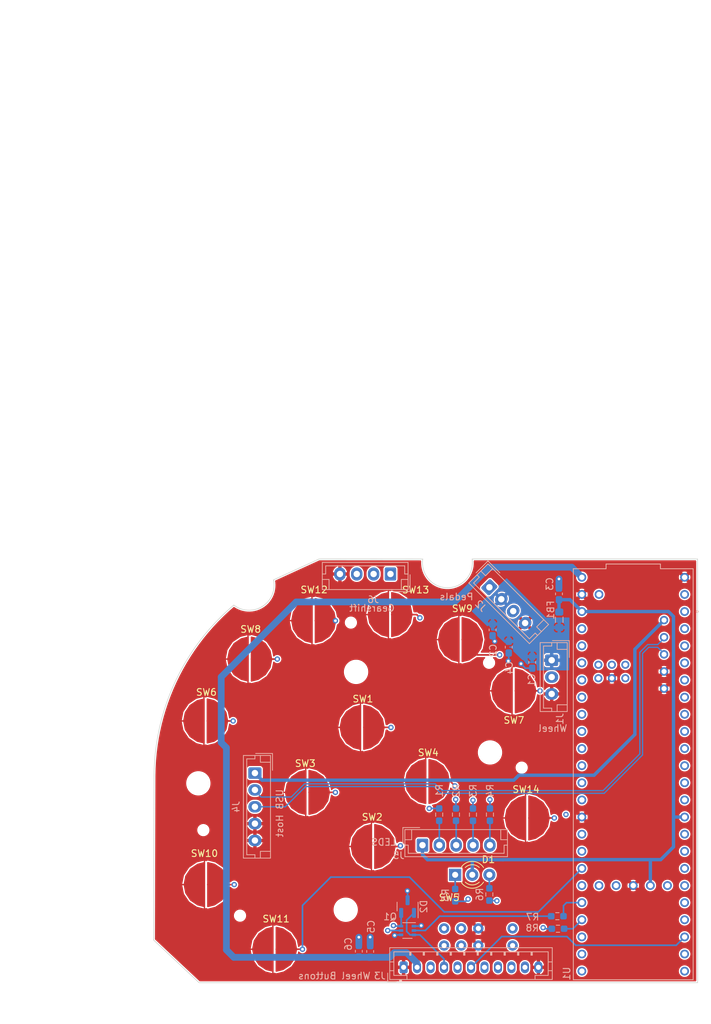
<source format=kicad_pcb>
(kicad_pcb (version 20211014) (generator pcbnew)
  (title_block (title "Flashfire ForceWheel WH2304-VW Replacerement PCB") (date "2021-12-30") (rev "0A") (company "Shawn D'Alimonte") (comment 1 "Based on reverse engineering") (comment 2 "Use at own risk"))
  (layers (0 "F.Cu" signal) (1 "In1.Cu" signal) (2 "In2.Cu" signal) (31 "B.Cu" signal) (34 "B.Paste" user) (35 "F.Paste" user) (36 "B.SilkS" user "B.Silkscreen") (37 "F.SilkS" user "F.Silkscreen") (38 "B.Mask" user) (39 "F.Mask" user) (44 "Edge.Cuts" user))
  (net 0 "")
  (net 1 "+3.3VA")
  (net 2 "GND")
  (net 3 "/WHEEL")
  (net 4 "/BRAKE")
  (net 5 "/ACCEL")
  (net 6 "+3V3")
  (net 7 "+5V")
  (net 8 "/VIB_2_T")
  (net 9 "/VIB_1_T")
  (net 10 "/PAD_R")
  (net 11 "/PAD_L")
  (net 12 "/BTN_3")
  (net 13 "/BTN_1")
  (net 14 "/BTN_2")
  (net 15 "/BTN_4")
  (net 16 "/VUSB")
  (net 17 "/USB_DN")
  (net 18 "/USB_DP")
  (net 19 "Net-(J5-Pad2)")
  (net 20 "Net-(J5-Pad3)")
  (net 21 "Net-(J5-Pad4)")
  (net 22 "Net-(J5-Pad5)")
  (net 23 "/GEAR_DOWN")
  (net 24 "/GEAR_UP")
  (net 25 "/GEAR_REV")
  (net 26 "/LED4")
  (net 27 "/LED3")
  (net 28 "/LED2")
  (net 29 "/LED1")
  (net 30 "Net-(D1-Pad1)")
  (net 31 "/LEDR")
  (net 32 "Net-(D1-Pad3)")
  (net 33 "/LEDG")
  (net 34 "/SENSE_LOW")
  (net 35 "Net-(R8-Pad2)")
  (net 36 "/DP_UP")
  (net 37 "Net-(R7-Pad2)")
  (net 45 "/VIB_1")
  (net 46 "/VIB_2")
  (net 47 "/DP_DOWN")
  (net 48 "/DP_LEFT")
  (net 49 "/DP_RIGHT")
  (net 50 "/SENSE_MED")
  (net 51 "/SENSE_HIGH")
  (net 52 "/BTN_5")
  (net 53 "/BTN_6")
  (net 54 "/BTN_7")
  (net 55 "/BTN_8")
  (net 56 "/BTN_9")
  (net 57 "/BTN_10")
  (net 58 "/BTN_11")
  (net 59 "/BTN_12")
  (net 60 "/BTN_MODE")
  (footprint "TeensyWheel:Hole_1.4mm" (layer "F.Cu") (at 69.46 107.81)
    (fp_text reference "REF**" hide)
    (fp_text value "Hole_1.4mm")
  )
  (footprint "TeensyWheel:Hole_1.4mm" (layer "F.Cu") (at 47.57 138.59)
    (fp_text reference "REF**" hide)
    (fp_text value "Hole_1.4mm")
  )
  (footprint "TeensyWheel:Sw_PAD_6.5mm" (layer "F.Cu") (at 63.94 107.52)
    (fp_text reference "SW12")
    (fp_text value "PAD")
  )
  (footprint "TeensyWheel:Sw_PAD_6.5mm" (layer "F.Cu") (at 63.01 132.99)
    (fp_text reference "SW3")
    (fp_text value "PAD")
  )
  (footprint "TeensyWheel:Sw_PAD_6.5mm" (layer "F.Cu") (at 47.91 122.4)
    (fp_text reference "SW6")
    (fp_text value "PAD")
  )
  (footprint "TeensyWheel:Sw_PAD_6.5mm" (layer "F.Cu") (at 72.76 141.02)
    (fp_text reference "SW2")
    (fp_text value "PAD")
  )
  (footprint "MountingHole:MountingHole_3.2mm_M3" (layer "F.Cu") (at 68.69 150.4)
    (fp_text reference "REF**" hide)
    (fp_text value "MountingHole_3.2mm_M3")
  )
  (footprint "TeensyWheel:Sw_PAD_6.5mm" (layer "F.Cu") (at 80.81 131.38)
    (fp_text reference "SW4")
    (fp_text value "PAD")
  )
  (footprint "TeensyWheel:Sw_PAD_6.5mm" (layer "F.Cu") (at 58.14 156.26)
    (fp_text reference "SW11")
    (fp_text value "PAD")
  )
  (footprint "MountingHole:MountingHole_3.2mm_M3" (layer "F.Cu") (at 46.83 131.65)
    (fp_text reference "REF**" hide)
    (fp_text value "MountingHole_3.2mm_M3")
  )
  (footprint "TeensyWheel:Sw_PAD_6.5mm" (layer "F.Cu") (at 47.98 146.67)
    (fp_text reference "SW10")
    (fp_text value "PAD")
  )
  (footprint "TeensyWheel:Sw_PAD_6.5mm" (layer "F.Cu") (at 85.73 110.33)
    (fp_text reference "SW9")
    (fp_text value "PAD")
  )
  (footprint "TeensyWheel:Sw_PAD_6.5mm" (layer "F.Cu") (at 54.45 113.22)
    (fp_text reference "SW8")
    (fp_text value "PAD")
  )
  (footprint "MountingHole:MountingHole_3.2mm_M3" (layer "F.Cu") (at 70.23 115.12)
    (fp_text reference "REF**" hide)
    (fp_text value "MountingHole_3.2mm_M3")
  )
  (footprint "LED_THT:LED_D3.0mm-3" (layer "F.Cu") (at 84.93 145.22)
    (fp_text reference "D1")
    (fp_text value "LED_Dual_KAK")
  )
  (footprint "TeensyWheel:Hole_1.4mm" (layer "F.Cu") (at 89.96 113.77)
    (fp_text reference "REF**" hide)
    (fp_text value "Hole_1.4mm")
  )
  (footprint "TeensyWheel:Sw_PAD_6.5mm" (layer "F.Cu") (at 93.62 117.93)
    (fp_text reference "SW7")
    (fp_text value "PAD")
  )
  (footprint "TeensyWheel:Hole_1.4mm" (layer "F.Cu") (at 94.8 129.32)
    (fp_text reference "REF**" hide)
    (fp_text value "Hole_1.4mm")
  )
  (footprint "TeensyWheel:Sw_PAD_6.5mm" (layer "F.Cu") (at 71.13 123.35)
    (fp_text reference "SW1")
    (fp_text value "PAD")
  )
  (footprint "MountingHole:MountingHole_3.2mm_M3" (layer "F.Cu") (at 90.1 127.07)
    (fp_text reference "REF**" hide)
    (fp_text value "MountingHole_3.2mm_M3")
  )
  (footprint "TeensyWheel:Hole_1.4mm" (layer "F.Cu") (at 53.01 151.28)
    (fp_text reference "REF**" hide)
    (fp_text value "Hole_1.4mm")
  )
  (footprint "TeensyWheel:Sw_PAD_6.5mm" (layer "F.Cu") (at 95.62 136.79)
    (fp_text reference "SW14")
    (fp_text value "PAD")
  )
  (footprint "TeensyWheel:Sense_Sw" (layer "F.Cu") (at 83.29 155.71)
    (fp_text reference "SW5")
    (fp_text value "SW_DP3T")
  )
  (footprint "TeensyWheel:Sw_PAD_6.5mm" (layer "F.Cu") (at 75.27 106.62)
    (fp_text reference "SW13")
    (fp_text value "PAD")
  )
  (footprint "Capacitor_SMD:C_0603_1608Metric_Pad1.08x0.95mm_HandSolder" (layer "B.Cu") (at 96.36 113.71 -90)
    (fp_text reference "C1")
    (fp_text value "100n")
  )
  (footprint "Package_TO_SOT_SMD:SOT-363_SC-70-6" (layer "B.Cu") (at 77.85 153.48 180)
    (fp_text reference "Q1")
    (fp_text value "FFB2222A")
  )
  (footprint "Capacitor_SMD:C_0603_1608Metric_Pad1.08x0.95mm_HandSolder" (layer "B.Cu") (at 70.64 156.5575 90)
    (fp_text reference "C6")
    (fp_text value "100n")
  )
  (footprint "Connector_JST:JST_EH_B5B-EH-A_1x05_P2.50mm_Vertical" (layer "B.Cu") (at 80.08 140.82)
    (fp_text reference "J5")
    (fp_text value "Conn_01x05_Male")
  )
  (footprint "Resistor_SMD:R_0603_1608Metric_Pad0.98x0.95mm_HandSolder" (layer "B.Cu") (at 82.56 136.29 -90)
    (fp_text reference "R1")
    (fp_text value "1k")
  )
  (footprint "Resistor_SMD:R_0603_1608Metric_Pad0.98x0.95mm_HandSolder" (layer "B.Cu") (at 84.93 148.24 -90)
    (fp_text reference "R5")
    (fp_text value "1k")
  )
  (footprint "Capacitor_SMD:C_0603_1608Metric_Pad1.08x0.95mm_HandSolder" (layer "B.Cu") (at 72.32 156.5875 90)
    (fp_text reference "C5")
    (fp_text value "10u")
  )
  (footprint "Package_TO_SOT_SMD:SOT-23" (layer "B.Cu") (at 77.87 149.93 90)
    (fp_text reference "D2")
    (fp_text value "BAT54A")
  )
  (footprint "Resistor_SMD:R_0603_1608Metric_Pad0.98x0.95mm_HandSolder" (layer "B.Cu") (at 90.09 136.29 -90)
    (fp_text reference "R4")
    (fp_text value "1k")
  )
  (footprint "Capacitor_SMD:C_0603_1608Metric_Pad1.08x0.95mm_HandSolder" (layer "B.Cu") (at 92.88 111.45 -90)
    (fp_text reference "C4")
    (fp_text value "10u")
  )
  (footprint "Connector_JST:JST_EH_B4B-EH-A_1x04_P2.50mm_Vertical" (layer "B.Cu") (at 90.006218 102.570482 -45)
    (fp_text reference "J2")
    (fp_text value "Conn_01x04_Male")
  )
  (footprint "Resistor_SMD:R_0603_1608Metric_Pad0.98x0.95mm_HandSolder" (layer "B.Cu") (at 100.09 151.36 180)
    (fp_text reference "R7")
    (fp_text value "330")
  )
  (footprint "Capacitor_SMD:C_0603_1608Metric_Pad1.08x0.95mm_HandSolder" (layer "B.Cu") (at 100.33 103.55 90)
    (fp_text reference "C3")
    (fp_text value "10u")
  )
  (footprint "Connector_JST:JST_PH_B11B-PH-K_1x11_P2.00mm_Vertical" (layer "B.Cu") (at 77.28 158.94)
    (fp_text reference "J3")
    (fp_text value "Conn_01x11_Male")
  )
  (footprint "Connector_JST:JST_EH_B4B-EH-A_1x04_P2.50mm_Vertical" (layer "B.Cu") (at 75.33 100.6 180)
    (fp_text reference "J6")
    (fp_text value "Conn_01x04_Male")
  )
  (footprint "MODL_DEV-16771:MODULE_DEV-16771" (layer "B.Cu") (at 111.35 130.3 -90)
    (fp_text reference "U1")
    (fp_text value "DEV-16771")
  )
  (footprint "Resistor_SMD:R_0603_1608Metric_Pad0.98x0.95mm_HandSolder" (layer "B.Cu") (at 100.18 153.22 180)
    (fp_text reference "R8")
    (fp_text value "330")
  )
  (footprint "Resistor_SMD:R_0603_1608Metric_Pad0.98x0.95mm_HandSolder" (layer "B.Cu") (at 85.05 136.29 -90)
    (fp_text reference "R2")
    (fp_text value "1k")
  )
  (footprint "Connector_JST:JST_EH_B3B-EH-A_1x03_P2.50mm_Vertical" (layer "B.Cu") (at 99.25 113.39 -90)
    (fp_text reference "J1")
    (fp_text value "Conn_01x03_Male")
  )
  (footprint "Inductor_SMD:L_0805_2012Metric_Pad1.05x1.20mm_HandSolder" (layer "B.Cu") (at 100.37 107.39 -90)
    (fp_text reference "FB1")
    (fp_text value "FerriteBead")
  )
  (footprint "Connector_JST:JST_EH_B5B-EH-A_1x05_P2.50mm_Vertical" (layer "B.Cu") (at 55.22 130.13 -90)
    (fp_text reference "J4")
    (fp_text value "Conn_01x05_Male")
  )
  (footprint "Capacitor_SMD:C_0603_1608Metric_Pad1.08x0.95mm_HandSolder" (layer "B.Cu") (at 90.48 108.89 -90)
    (fp_text reference "C2")
    (fp_text value "100n")
  )
  (footprint "Resistor_SMD:R_0603_1608Metric_Pad0.98x0.95mm_HandSolder" (layer "B.Cu") (at 90 148.13 -90)
    (fp_text reference "R6")
    (fp_text value "1k")
  )
  (footprint "Resistor_SMD:R_0603_1608Metric_Pad0.98x0.95mm_HandSolder" (layer "B.Cu") (at 87.57 136.2975 -90)
    (fp_text reference "R3")
    (fp_text value "1k")
  )
  (gr_line (start 64.75 98.37) (end 57.98 101.47) (layer "Edge.Cuts") (width 0.1))
  (gr_line (start 40.19 154.89) (end 46.94 161.22) (layer "Edge.Cuts") (width 0.1))
  (gr_arc (start 57.98 101.47) (mid 56.343969 105.401452) (end 52.09 105.21) (layer "Edge.Cuts") (width 0.1))
  (gr_line (start 87.45 98.37) (end 120.89 98.37) (layer "Edge.Cuts") (width 0.1))
  (gr_line (start 80.12 98.38) (end 64.75 98.37) (layer "Edge.Cuts") (width 0.1))
  (gr_line (start 46.94 161.22) (end 120.9 161.22) (layer "Edge.Cuts") (width 0.1))
  (gr_line (start 40.26 130.53006) (end 40.19 154.89) (layer "Edge.Cuts") (width 0.1))
  (gr_arc (start 87.45 98.37) (mid 83.790819 102.64025) (end 80.119999 98.38) (layer "Edge.Cuts") (width 0.1))
  (gr_arc (start 40.26 130.53006) (mid 43.402951 116.574878) (end 52.09 105.210001) (layer "Edge.Cuts") (width 0.1))
  (gr_line (start 120.9 161.22) (end 120.89 98.37) (layer "Edge.Cuts") (width 0.1))
  (gr_text "Gearshift\n" (at 72.59 105.66) (layer "B.SilkS") (effects (font (size 1 1)) (justify mirror)))
  (gr_text "USB Host" (at 58.9 136.08 90) (layer "B.SilkS") (effects (font (size 1 1)) (justify mirror)))
  (gr_text "Pedals" (at 85.12 103.98) (layer "B.SilkS") (effects (font (size 1 1)) (justify mirror)))
  (gr_text "LEDS" (at 74.32 140.38) (layer "B.SilkS") (effects (font (size 1 1)) (justify mirror)))
  (gr_text "Wheel\n" (at 99.4 123.5) (layer "B.SilkS") (effects (font (size 1 1)) (justify mirror)))
  (gr_text "Wheel Buttons" (at 67 160.21) (layer "B.SilkS") (effects (font (size 1 1)) (justify mirror)))
  (via (at 100.33 101.33) (size 0.8) (drill 0.4) (layers "F.Cu" "B.Cu") (net 2))
  (via (at 90.791687 110.586193) (size 0.8) (drill 0.4) (layers "F.Cu" "B.Cu") (net 2))
  (via (at 70.64 154.4775) (size 0.8) (drill 0.4) (layers "F.Cu" "B.Cu") (net 2))
  (via (at 94.7 113.91) (size 0.8) (drill 0.4) (layers "F.Cu" "B.Cu") (net 2))
  (via (at 75.943679 154.208014) (size 0.8) (drill 0.4) (layers "F.Cu" "B.Cu") (net 2))
  (via (at 92.817252 113.504754) (size 0.8) (drill 0.4) (layers "F.Cu" "B.Cu") (net 2))
  (via (at 77.85 147.6) (size 0.8) (drill 0.4) (layers "F.Cu" "B.Cu") (net 2))
  (via (at 79.894976 152.7555) (size 0.8) (drill 0.4) (layers "F.Cu" "B.Cu") (net 2))
  (via (at 72.32 154.4575) (size 0.8) (drill 0.4) (layers "F.Cu" "B.Cu") (net 2))
  (segment (start 95.3625 114.5725) (end 94.7 113.91) (width 0.25) (layer "B.Cu") (net 2))
  (segment (start 90.48 109.7525) (end 90.48 110.274506) (width 0.25) (layer "B.Cu") (net 2))
  (segment (start 77.87 148.9925) (end 77.87 147.62) (width 0.25) (layer "B.Cu") (net 2))
  (segment (start 78.8 152.83) (end 79.820476 152.83) (width 0.25) (layer "B.Cu") (net 2))
  (segment (start 72.32 155.725) (end 72.32 154.4575) (width 1) (layer "B.Cu") (net 2))
  (segment (start 92.88 112.3125) (end 92.88 113.442006) (width 0.25) (layer "B.Cu") (net 2))
  (segment (start 90.48 110.274506) (end 90.791687 110.586193) (width 0.25) (layer "B.Cu") (net 2))
  (segment (start 76.9 154.13) (end 76.021693 154.13) (width 0.25) (layer "B.Cu") (net 2))
  (segment (start 96.36 114.5725) (end 95.3625 114.5725) (width 0.25) (layer "B.Cu") (net 2))
  (segment (start 79.820476 152.83) (end 79.894976 152.7555) (width 0.25) (layer "B.Cu") (net 2))
  (segment (start 100.33 102.6875) (end 100.33 101.33) (width 1) (layer "B.Cu") (net 2))
  (segment (start 76.021693 154.13) (end 75.943679 154.208014) (width 0.25) (layer "B.Cu") (net 2))
  (segment (start 77.87 147.62) (end 77.85 147.6) (width 0.25) (layer "B.Cu") (net 2))
  (segment (start 70.64 155.695) (end 70.64 154.4775) (width 1) (layer "B.Cu") (net 2))
  (segment (start 92.88 113.442006) (end 92.817252 113.504754) (width 0.25) (layer "B.Cu") (net 2))
  (segment (start 116.58 106.17) (end 103.73 106.17) (width 0.5) (layer "B.Cu") (net 6))
  (segment (start 92.04 142.98) (end 92.05 142.97) (width 0.5) (layer "B.Cu") (net 6))
  (segment (start 87.47 145.22) (end 87.47 143) (width 0.5) (layer "B.Cu") (net 6))
  (segment (start 101.9725 104.4125) (end 103.73 106.17) (width 0.5) (layer "B.Cu") (net 6))
  (segment (start 100.33 104.4125) (end 100.33 106.2) (width 0.5) (layer "B.Cu") (net 6))
  (segment (start 92.05 142.97) (end 115.43 142.97) (width 0.5) (layer "B.Cu") (net 6))
  (segment (start 100.33 104.4125) (end 101.9725 104.4125) (width 0.5) (layer "B.Cu") (net 6))
  (segment (start 117.32 106.91) (end 116.58 106.17) (width 0.5) (layer "B.Cu") (net 6))
  (segment (start 87.49 142.98) (end 92.04 142.98) (width 0.5) (layer "B.Cu") (net 6))
  (segment (start 117.32 141.08) (end 115.43 142.97) (width 0.5) (layer "B.Cu") (net 6))
  (segment (start 80.08 140.82) (end 80.08 142.24) (width 0.5) (layer "B.Cu") (net 6))
  (segment (start 80.08 142.24) (end 80.82 142.98) (width 0.5) (layer "B.Cu") (net 6))
  (segment (start 113.89 142.97) (end 113.89 146.81) (width 0.5) (layer "B.Cu") (net 6))
  (segment (start 87.47 143) (end 87.49 142.98) (width 0.5) (layer "B.Cu") (net 6))
  (segment (start 117.32 136.65) (end 117.32 141.08) (width 0.5) (layer "B.Cu") (net 6))
  (segment (start 100.33 106.2) (end 100.37 106.24) (width 0.5) (layer "B.Cu") (net 6))
  (segment (start 80.82 142.98) (end 87.49 142.98) (width 0.5) (layer "B.Cu") (net 6))
  (segment (start 118.97 136.65) (end 117.32 136.65) (width 0.5) (layer "B.Cu") (net 6))
  (segment (start 117.32 136.65) (end 117.32 106.91) (width 0.5) (layer "B.Cu") (net 6))
  (segment (start 103.73 101.09) (end 102.23 99.59) (width 1) (layer "B.Cu") (net 7))
  (segment (start 50.22 115.87) (end 50.22 125.6) (width 1) (layer "B.Cu") (net 7))
  (segment (start 84.835 104.745) (end 61.345 104.745) (width 1) (layer "B.Cu") (net 7))
  (segment (start 75.2 157.46) (end 75.9 156.76) (width 1) (layer "B.Cu") (net 7))
  (segment (start 50.22 125.6) (end 50.99 126.37) (width 1) (layer "B.Cu") (net 7))
  (segment (start 61.345 104.745) (end 50.22 115.87) (width 1) (layer "B.Cu") (net 7))
  (segment (start 77.72 156.76) (end 79.28 158.32) (width 1) (layer "B.Cu") (net 7))
  (segment (start 89.99 99.59) (end 84.835 104.745) (width 1) (layer "B.Cu") (net 7))
  (segment (start 52.09 157.46) (end 75.2 157.46) (width 1) (layer "B.Cu") (net 7))
  (segment (start 79.28 158.32) (end 79.28 158.94) (width 1) (layer "B.Cu") (net 7))
  (segment (start 102.23 99.59) (end 89.99 99.59) (width 1) (layer "B.Cu") (net 7))
  (segment (start 50.99 156.36) (end 52.09 157.46) (width 1) (layer "B.Cu") (net 7))
  (segment (start 50.99 126.37) (end 50.99 156.36) (width 1) (layer "B.Cu") (net 7))
  (segment (start 75.9 156.76) (end 77.72 156.76) (width 1) (layer "B.Cu") (net 7))
  (segment (start 78.82 150.8675) (end 77.74 151.9475) (width 0.25) (layer "B.Cu") (net 8))
  (segment (start 77.74 153.62) (end 78.25 154.13) (width 0.25) (layer "B.Cu") (net 8))
  (segment (start 79.7 154.13) (end 83.28 157.71) (width 0.25) (layer "B.Cu") (net 8))
  (segment (start 83.28 157.71) (end 83.28 158.94) (width 0.25) (layer "B.Cu") (net 8))
  (segment (start 78.25 154.13) (end 78.8 154.13) (width 0.25) (layer "B.Cu") (net 8))
  (segment (start 78.8 154.13) (end 79.7 154.13) (width 0.25) (layer "B.Cu") (net 8))
  (segment (start 77.74 151.9475) (end 77.74 153.62) (width 0.25) (layer "B.Cu") (net 8))
  (via (at 75.768464 152.7555) (size 0.8) (drill 0.4) (layers "F.Cu" "B.Cu") (net 9))
  (segment (start 75.768464 152.808464) (end 75.768464 152.7555) (width 0.25) (layer "B.Cu") (net 9))
  (segment (start 76.92 150.8675) (end 76.92 152.81) (width 0.25) (layer "B.Cu") (net 9))
  (segment (start 75.78 152.82) (end 75.768464 152.808464) (width 0.25) (layer "B.Cu") (net 9))
  (segment (start 75.842964 152.83) (end 75.768464 152.7555) (width 0.25) (layer "B.Cu") (net 9))
  (segment (start 76.9 152.83) (end 75.842964 152.83) (width 0.25) (layer "B.Cu") (net 9))
  (segment (start 117.73 155.67) (end 118.97 154.43) (width 0.25) (layer "B.Cu") (net 11))
  (segment (start 101.52 154.38) (end 102.81 155.67) (width 0.25) (layer "B.Cu") (net 11))
  (segment (start 91.84 154.38) (end 101.52 154.38) (width 0.25) (layer "B.Cu") (net 11))
  (segment (start 87.28 158.94) (end 91.84 154.38) (width 0.25) (layer "B.Cu") (net 11))
  (segment (start 102.81 155.67) (end 117.73 155.67) (width 0.25) (layer "B.Cu") (net 11))
  (segment (start 93.64 131.18) (end 94.37 130.45) (width 0.5) (layer "B.Cu") (net 16))
  (segment (start 111.59 111.77) (end 115.92 107.44) (width 0.5) (layer "B.Cu") (net 16))
  (segment (start 94.37 130.45) (end 105.54 130.45) (width 0.5) (layer "B.Cu") (net 16))
  (segment (start 105.54 130.45) (end 111.59 124.4) (width 0.5) (layer "B.Cu") (net 16))
  (segment (start 111.59 124.4) (end 111.59 111.77) (width 0.5) (layer "B.Cu") (net 16))
  (segment (start 56.27 131.18) (end 93.64 131.18) (width 0.5) (layer "B.Cu") (net 16))
  (segment (start 55.54 130.45) (end 56.27 131.18) (width 0.5) (layer "B.Cu") (net 16))
  (segment (start 106.877156 132.73) (end 112.33 127.277156) (width 0.2) (layer "B.Cu") (net 17))
  (segment (start 82.982844 132.73) (end 106.877156 132.73) (width 0.2) (layer "B.Cu") (net 17))
  (segment (start 56.145 133.68) (end 60.617156 133.68) (width 0.2) (layer "B.Cu") (net 17))
  (segment (start 114.98 111.07) (end 115.92 110.13) (width 0.2) (layer "B.Cu") (net 17))
  (segment (start 55.22 132.63) (end 55.22 132.755) (width 0.2) (layer "B.Cu") (net 17))
  (segment (start 112.33 127.277156) (end 112.33 112.217156) (width 0.2) (layer "B.Cu") (net 17))
  (segment (start 60.617156 133.68) (end 62.567645 131.729511) (width 0.2) (layer "B.Cu") (net 17))
  (segment (start 81.982355 131.729511) (end 82.982844 132.73) (width 0.2) (layer "B.Cu") (net 17))
  (segment (start 62.567645 131.729511) (end 81.982355 131.729511) (width 0.2) (layer "B.Cu") (net 17))
  (segment (start 113.477156 111.07) (end 114.98 111.07) (width 0.2) (layer "B.Cu") (net 17))
  (segment (start 112.33 112.217156) (end 113.477156 111.07) (width 0.2) (layer "B.Cu") (net 17))
  (segment (start 55.22 132.755) (end 56.145 133.68) (width 0.2) (layer "B.Cu") (net 17))
  (segment (start 114.98 111.47) (end 115.92 112.41) (width 0.2) (layer "B.Cu") (net 18))
  (segment (start 55.22 135.13) (end 59.732844 135.13) (width 0.2) (layer "B.Cu") (net 18))
  (segment (start 113.642844 111.47) (end 114.98 111.47) (width 0.2) (layer "B.Cu") (net 18))
  (segment (start 112.73 127.442844) (end 112.73 112.382844) (width 0.2) (layer "B.Cu") (net 18))
  (segment (start 107.042844 133.13) (end 112.73 127.442844) (width 0.2) (layer "B.Cu") (net 18))
  (segment (start 112.73 112.382844) (end 113.642844 111.47) (width 0.2) (layer "B.Cu") (net 18))
  (segment (start 62.733822 132.129022) (end 81.816178 132.129022) (width 0.2) (layer "B.Cu") (net 18))
  (segment (start 81.816178 132.129022) (end 82.817156 133.13) (width 0.2) (layer "B.Cu") (net 18))
  (segment (start 59.732844 135.13) (end 62.733822 132.129022) (width 0.2) (layer "B.Cu") (net 18))
  (segment (start 82.817156 133.13) (end 107.042844 133.13) (width 0.2) (layer "B.Cu") (net 18))
  (segment (start 82.58 140.82) (end 82.58 137.2225) (width 0.25) (layer "B.Cu") (net 19))
  (segment (start 85.08 140.82) (end 85.08 137.2325) (width 0.25) (layer "B.Cu") (net 20))
  (segment (start 87.58 140.82) (end 87.58 137.22) (width 0.25) (layer "B.Cu") (net 21))
  (segment (start 90.08 140.82) (end 90.08 137.2125) (width 0.25) (layer "B.Cu") (net 22))
  (via (at 81.0825 135.3775) (size 0.8) (drill 0.4) (layers "F.Cu" "B.Cu") (net 26))
  (via (at 101.37 136.27) (size 0.8) (drill 0.4) (layers "F.Cu" "B.Cu") (net 26))
  (segment (start 82.56 135.3775) (end 81.0825 135.3775) (width 0.25) (layer "B.Cu") (net 26))
  (via (at 85.01 134.04) (size 0.8) (drill 0.4) (layers "F.Cu" "B.Cu") (net 27))
  (segment (start 85.05 135.3775) (end 85.05 134.08) (width 0.25) (layer "B.Cu") (net 27))
  (segment (start 85.05 134.08) (end 85.01 134.04) (width 0.25) (layer "B.Cu") (net 27))
  (via (at 87.57 134.16) (size 0.8) (drill 0.4) (layers "F.Cu" "B.Cu") (net 28))
  (segment (start 87.57 135.385) (end 87.57 134.16) (width 0.25) (layer "B.Cu") (net 28))
  (via (at 90.09 134.07) (size 0.8) (drill 0.4) (layers "F.Cu" "B.Cu") (net 29))
  (segment (start 90.09 135.3775) (end 90.09 134.07) (width 0.25) (layer "B.Cu") (net 29))
  (segment (start 84.93 147.3275) (end 84.93 145.22) (width 0.25) (layer "B.Cu") (net 30))
  (via (at 86.843553 148.818955) (size 0.8) (drill 0.4) (layers "F.Cu" "B.Cu") (net 31))
  (segment (start 84.93 149.1525) (end 86.510008 149.1525) (width 0.25) (layer "B.Cu") (net 31))
  (segment (start 86.510008 149.1525) (end 86.843553 148.818955) (width 0.25) (layer "B.Cu") (net 31))
  (segment (start 90 147.2175) (end 90 145.23) (width 0.25) (layer "B.Cu") (net 32))
  (via (at 91.12 149.08) (size 0.8) (drill 0.4) (layers "F.Cu" "B.Cu") (net 33))
  (segment (start 90 149.0425) (end 90.8525 149.0425) (width 0.25) (layer "B.Cu") (net 33))
  (segment (start 90.8525 149.0425) (end 91.0825 149.0425) (width 0.25) (layer "B.Cu") (net 33))
  (segment (start 91.0825 149.0425) (end 91.12 149.08) (width 0.25) (layer "B.Cu") (net 33))
  (via (at 97.98 153.06) (size 0.8) (drill 0.4) (layers "F.Cu" "B.Cu") (net 35))
  (via (at 74.92 153.48) (size 0.8) (drill 0.4) (layers "F.Cu" "B.Cu") (net 35))
  (segment (start 76.9 153.48) (end 74.92 153.48) (width 0.25) (layer "B.Cu") (net 35))
  (segment (start 98.14 153.22) (end 97.98 153.06) (width 0.25) (layer "B.Cu") (net 35))
  (segment (start 99.2675 153.22) (end 98.14 153.22) (width 0.25) (layer "B.Cu") (net 35))
  (segment (start 75.39 123.35) (end 75.4 123.36) (width 0.25) (layer "F.Cu") (net 36))
  (segment (start 71.38 123.35) (end 75.39 123.35) (width 0.25) (layer "F.Cu") (net 36))
  (via (at 75.4 123.36) (size 0.8) (drill 0.4) (layers "F.Cu" "B.Cu") (net 36))
  (segment (start 80.5 153.48) (end 82.62 151.36) (width 0.25) (layer "B.Cu") (net 37))
  (segment (start 78.8 153.48) (end 80.5 153.48) (width 0.25) (layer "B.Cu") (net 37))
  (segment (start 82.62 151.36) (end 99.1775 151.36) (width 0.25) (layer "B.Cu") (net 37))
  (segment (start 101.0025 151.36) (end 101.0025 149.7975) (width 0.25) (layer "B.Cu") (net 45))
  (segment (start 101.45 149.35) (end 103.73 149.35) (width 0.25) (layer "B.Cu") (net 45))
  (segment (start 101.0025 149.7975) (end 101.45 149.35) (width 0.25) (layer "B.Cu") (net 45))
  (segment (start 101.0925 153.22) (end 102.4 153.22) (width 0.25) (layer "B.Cu") (net 46))
  (segment (start 102.4 153.22) (end 103.73 151.89) (width 0.25) (layer "B.Cu") (net 46))
  (segment (start 76.7 141.02) (end 76.81 140.91) (width 0.25) (layer "F.Cu") (net 47))
  (segment (start 73.01 141.02) (end 76.7 141.02) (width 0.25) (layer "F.Cu") (net 47))
  (via (at 76.81 140.91) (size 0.8) (drill 0.4) (layers "F.Cu" "B.Cu") (net 47))
  (segment (start 63.26 132.99) (end 67.16 132.99) (width 0.25) (layer "F.Cu") (net 48))
  (via (at 67.16 132.99) (size 0.8) (drill 0.4) (layers "F.Cu" "B.Cu") (net 48))
  (segment (start 84.2405 131.38) (end 84.89 132.0295) (width 0.25) (layer "F.Cu") (net 49))
  (segment (start 81.06 131.38) (end 84.2405 131.38) (width 0.25) (layer "F.Cu") (net 49))
  (via (at 84.89 132.0295) (size 0.8) (drill 0.4) (layers "F.Cu" "B.Cu") (net 49))
  (segment (start 48.16 122.4) (end 51.99 122.4) (width 0.25) (layer "F.Cu") (net 52))
  (via (at 51.99 122.4) (size 0.8) (drill 0.4) (layers "F.Cu" "B.Cu") (net 52))
  (segment (start 93.87 117.93) (end 97.52 117.93) (width 0.25) (layer "F.Cu") (net 53))
  (via (at 97.52 117.93) (size 0.8) (drill 0.4) (layers "F.Cu" "B.Cu") (net 53))
  (segment (start 54.7 113.22) (end 58.544489 113.22) (width 0.25) (layer "F.Cu") (net 54))
  (via (at 58.544489 113.22) (size 0.8) (drill 0.4) (layers "F.Cu" "B.Cu") (net 54))
  (segment (start 88.25 112.6) (end 91.53 112.6) (width 0.25) (layer "F.Cu") (net 55))
  (segment (start 85.98 110.33) (end 88.25 112.6) (width 0.25) (layer "F.Cu") (net 55))
  (via (at 91.53 112.6) (size 0.8) (drill 0.4) (layers "F.Cu" "B.Cu") (net 55))
  (segment (start 48.23 146.67) (end 52.15 146.67) (width 0.25) (layer "F.Cu") (net 56))
  (via (at 52.15 146.67) (size 0.8) (drill 0.4) (layers "F.Cu" "B.Cu") (net 56))
  (segment (start 58.39 156.26) (end 62.28 156.26) (width 0.25) (layer "F.Cu") (net 57))
  (via (at 62.28 156.26) (size 0.8) (drill 0.4) (layers "F.Cu" "B.Cu") (net 57))
  (segment (start 78.15 145.56) (end 83.31 150.72) (width 0.25) (layer "B.Cu") (net 57))
  (segment (start 62.28 156.26) (end 62.28 149.76) (width 0.25) (layer "B.Cu") (net 57))
  (segment (start 62.28 149.76) (end 66.48 145.56) (width 0.25) (layer "B.Cu") (net 57))
  (segment (start 97.28 150.72) (end 103.73 144.27) (width 0.25) (layer "B.Cu") (net 57))
  (segment (start 66.48 145.56) (end 78.15 145.56) (width 0.25) (layer "B.Cu") (net 57))
  (segment (start 83.31 150.72) (end 97.28 150.72) (width 0.25) (layer "B.Cu") (net 57))
  (segment (start 64.19 107.52) (end 67.144978 107.52) (width 0.25) (layer "F.Cu") (net 58))
  (via (at 67.160489 107.535511) (size 0.8) (drill 0.4) (layers "F.Cu" "B.Cu") (net 58))
  (segment (start 79.22 106.62) (end 79.7 107.1) (width 0.25) (layer "F.Cu") (net 59))
  (segment (start 75.52 106.62) (end 79.22 106.62) (width 0.25) (layer "F.Cu") (net 59))
  (via (at 79.7 107.1) (size 0.8) (drill 0.4) (layers "F.Cu" "B.Cu") (net 59))
  (segment (start 95.87 136.79) (end 99.64 136.79) (width 0.25) (layer "F.Cu") (net 60))
  (via (at 99.64 136.79) (size 0.8) (drill 0.4) (layers "F.Cu" "B.Cu") (net 60))
  (zone (net 2) (net_name "GND") (layer "F.Cu") (connect_pads (clearance 0.2)) (min_thickness 0.2) (fill yes (thermal_gap 0.2) (thermal_bridge_width 0.508))
    (polygon (pts (xy 122.06 167.38) (xy 29.6 167.38) (xy 29.6 94.36) (xy 122.06 94.36)))
  )
  (zone (net 1) (net_name "+3.3VA") (layer "B.Cu") (connect_pads (clearance 0.2)) (min_thickness 0.2) (fill yes (thermal_gap 0.2) (thermal_bridge_width 0.508))
    (polygon (pts (xy 98.42 107.05) (xy 101.89 107.05) (xy 101.841066 114.898071) (xy 96.531066 114.918071) (xy 87.35 106.11) (xy 92.575 101.205)))
  )
)
</source>
